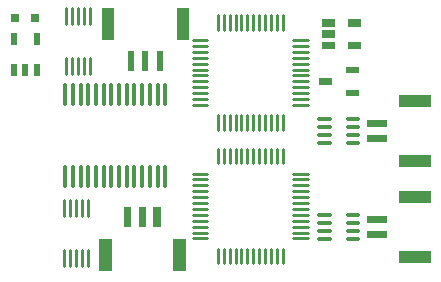
<source format=gtp>
G04 Layer: TopPasteMaskLayer*
G04 EasyEDA v6.4.20.6, 2021-08-10T23:17:12+08:00*
G04 038dca5a8d274e5a88e6f2799ec95489,d221c9f3c2774e99b69775551637dae4,10*
G04 Gerber Generator version 0.2*
G04 Scale: 100 percent, Rotated: No, Reflected: No *
G04 Dimensions in millimeters *
G04 leading zeros omitted , absolute positions ,4 integer and 5 decimal *
%FSLAX45Y45*%
%MOMM*%

%ADD14C,0.2800*%
%ADD15C,0.3640*%
%ADD16C,0.2700*%
%ADD19R,2.7000X1.0000*%
%ADD21R,0.8000X0.8000*%
%ADD23R,0.6000X1.7000*%
%ADD24R,1.1000X2.7000*%
%ADD25R,0.5500X1.0000*%

%LPD*%
D14*
X836599Y486897D02*
G01*
X836599Y620897D01*
X786587Y486897D02*
G01*
X786587Y620897D01*
X736600Y486897D02*
G01*
X736600Y620897D01*
X686587Y486897D02*
G01*
X686587Y620897D01*
X636600Y486897D02*
G01*
X636600Y620897D01*
X836599Y64902D02*
G01*
X836599Y198902D01*
X786587Y64902D02*
G01*
X786587Y198902D01*
X736600Y64902D02*
G01*
X736600Y198902D01*
X686587Y64902D02*
G01*
X686587Y198902D01*
X636600Y64902D02*
G01*
X636600Y198902D01*
X649300Y1824502D02*
G01*
X649300Y1690502D01*
X699312Y1824502D02*
G01*
X699312Y1690502D01*
X749300Y1824502D02*
G01*
X749300Y1690502D01*
X799312Y1824502D02*
G01*
X799312Y1690502D01*
X849299Y1824502D02*
G01*
X849299Y1690502D01*
X649300Y2246497D02*
G01*
X649300Y2112497D01*
X699312Y2246497D02*
G01*
X699312Y2112497D01*
X749300Y2246497D02*
G01*
X749300Y2112497D01*
X799312Y2246497D02*
G01*
X799312Y2112497D01*
X849299Y2246497D02*
G01*
X849299Y2112497D01*
D15*
X644296Y905456D02*
G01*
X644296Y740308D01*
X709295Y905456D02*
G01*
X709295Y740308D01*
X774293Y905456D02*
G01*
X774293Y740308D01*
X839292Y905456D02*
G01*
X839292Y740308D01*
X904290Y905456D02*
G01*
X904290Y740308D01*
X969289Y905456D02*
G01*
X969289Y740308D01*
X1034313Y905456D02*
G01*
X1034313Y740308D01*
X1099312Y905456D02*
G01*
X1099312Y740308D01*
X1164310Y905456D02*
G01*
X1164310Y740308D01*
X1229309Y905456D02*
G01*
X1229309Y740308D01*
X1294307Y905456D02*
G01*
X1294307Y740308D01*
X1359306Y905456D02*
G01*
X1359306Y740308D01*
X1424304Y905456D02*
G01*
X1424304Y740308D01*
X1489303Y905456D02*
G01*
X1489303Y740308D01*
X644296Y1596489D02*
G01*
X644296Y1431340D01*
X709295Y1596489D02*
G01*
X709295Y1431340D01*
X774293Y1596489D02*
G01*
X774293Y1431340D01*
X839292Y1596489D02*
G01*
X839292Y1431340D01*
X904290Y1596489D02*
G01*
X904290Y1431340D01*
X969289Y1596489D02*
G01*
X969289Y1431340D01*
X1034313Y1596489D02*
G01*
X1034313Y1431340D01*
X1099312Y1596489D02*
G01*
X1099312Y1431340D01*
X1164310Y1596489D02*
G01*
X1164310Y1431340D01*
X1229309Y1596489D02*
G01*
X1229309Y1431340D01*
X1294307Y1596489D02*
G01*
X1294307Y1431340D01*
X1359306Y1596489D02*
G01*
X1359306Y1431340D01*
X1424304Y1596489D02*
G01*
X1424304Y1431340D01*
X1489303Y1596489D02*
G01*
X1489303Y1431340D01*
D16*
X2573294Y296494D02*
G01*
X2696291Y296494D01*
X2573294Y346506D02*
G01*
X2696291Y346506D01*
X2573294Y396494D02*
G01*
X2696291Y396494D01*
X2573294Y446506D02*
G01*
X2696291Y446506D01*
X2573294Y496493D02*
G01*
X2696291Y496493D01*
X2573294Y546506D02*
G01*
X2696291Y546506D01*
X2573294Y596493D02*
G01*
X2696291Y596493D01*
X2573294Y646506D02*
G01*
X2696291Y646506D01*
X2573294Y696493D02*
G01*
X2696291Y696493D01*
X2573294Y746505D02*
G01*
X2696291Y746505D01*
X2573294Y796493D02*
G01*
X2696291Y796493D01*
X2573294Y846505D02*
G01*
X2696291Y846505D01*
X2484805Y934991D02*
G01*
X2484805Y1057993D01*
X2434793Y934991D02*
G01*
X2434793Y1057993D01*
X2384806Y934991D02*
G01*
X2384806Y1057993D01*
X2334793Y934991D02*
G01*
X2334793Y1057993D01*
X2284806Y934991D02*
G01*
X2284806Y1057993D01*
X2234793Y934991D02*
G01*
X2234793Y1057993D01*
X2184806Y934991D02*
G01*
X2184806Y1057993D01*
X2134793Y934991D02*
G01*
X2134793Y1057993D01*
X2084806Y934991D02*
G01*
X2084806Y1057993D01*
X2034793Y934991D02*
G01*
X2034793Y1057993D01*
X1984806Y934991D02*
G01*
X1984806Y1057993D01*
X1934794Y934991D02*
G01*
X1934794Y1057993D01*
X1723308Y846505D02*
G01*
X1846305Y846505D01*
X1723308Y796493D02*
G01*
X1846305Y796493D01*
X1723308Y746505D02*
G01*
X1846305Y746505D01*
X1723308Y696493D02*
G01*
X1846305Y696493D01*
X1723308Y646506D02*
G01*
X1846305Y646506D01*
X1723308Y596493D02*
G01*
X1846305Y596493D01*
X1723308Y546506D02*
G01*
X1846305Y546506D01*
X1723308Y496493D02*
G01*
X1846305Y496493D01*
X1723308Y446506D02*
G01*
X1846305Y446506D01*
X1723308Y396494D02*
G01*
X1846305Y396494D01*
X1723308Y346506D02*
G01*
X1846305Y346506D01*
X1723308Y296494D02*
G01*
X1846305Y296494D01*
X1934794Y85006D02*
G01*
X1934794Y208008D01*
X1984806Y85006D02*
G01*
X1984806Y208008D01*
X2034793Y85006D02*
G01*
X2034793Y208008D01*
X2084806Y85006D02*
G01*
X2084806Y208008D01*
X2134793Y85006D02*
G01*
X2134793Y208008D01*
X2184806Y85006D02*
G01*
X2184806Y208008D01*
X2234793Y85006D02*
G01*
X2234793Y208008D01*
X2284806Y85006D02*
G01*
X2284806Y208008D01*
X2334793Y85006D02*
G01*
X2334793Y208008D01*
X2384806Y85006D02*
G01*
X2384806Y208008D01*
X2434793Y85006D02*
G01*
X2434793Y208008D01*
X2484805Y85006D02*
G01*
X2484805Y208008D01*
D15*
X3123107Y1108989D02*
G01*
X3037309Y1108989D01*
X3123107Y1173987D02*
G01*
X3037309Y1173987D01*
X3123107Y1238986D02*
G01*
X3037309Y1238986D01*
X3123107Y1304010D02*
G01*
X3037309Y1304010D01*
X2880893Y1108989D02*
G01*
X2795094Y1108989D01*
X2880893Y1173987D02*
G01*
X2795094Y1173987D01*
X2880893Y1238986D02*
G01*
X2795094Y1238986D01*
X2880893Y1304010D02*
G01*
X2795094Y1304010D01*
X3123107Y296189D02*
G01*
X3037309Y296189D01*
X3123107Y361187D02*
G01*
X3037309Y361187D01*
X3123107Y426186D02*
G01*
X3037309Y426186D01*
X3123107Y491210D02*
G01*
X3037309Y491210D01*
X2880893Y296189D02*
G01*
X2795094Y296189D01*
X2880893Y361187D02*
G01*
X2795094Y361187D01*
X2880893Y426186D02*
G01*
X2795094Y426186D01*
X2880893Y491210D02*
G01*
X2795094Y491210D01*
D16*
X2573294Y1426794D02*
G01*
X2696291Y1426794D01*
X2573294Y1476806D02*
G01*
X2696291Y1476806D01*
X2573294Y1526794D02*
G01*
X2696291Y1526794D01*
X2573294Y1576806D02*
G01*
X2696291Y1576806D01*
X2573294Y1626793D02*
G01*
X2696291Y1626793D01*
X2573294Y1676806D02*
G01*
X2696291Y1676806D01*
X2573294Y1726793D02*
G01*
X2696291Y1726793D01*
X2573294Y1776806D02*
G01*
X2696291Y1776806D01*
X2573294Y1826793D02*
G01*
X2696291Y1826793D01*
X2573294Y1876805D02*
G01*
X2696291Y1876805D01*
X2573294Y1926793D02*
G01*
X2696291Y1926793D01*
X2573294Y1976805D02*
G01*
X2696291Y1976805D01*
X2484805Y2065291D02*
G01*
X2484805Y2188293D01*
X2434793Y2065291D02*
G01*
X2434793Y2188293D01*
X2384806Y2065291D02*
G01*
X2384806Y2188293D01*
X2334793Y2065291D02*
G01*
X2334793Y2188293D01*
X2284806Y2065291D02*
G01*
X2284806Y2188293D01*
X2234793Y2065291D02*
G01*
X2234793Y2188293D01*
X2184806Y2065291D02*
G01*
X2184806Y2188293D01*
X2134793Y2065291D02*
G01*
X2134793Y2188293D01*
X2084806Y2065291D02*
G01*
X2084806Y2188293D01*
X2034793Y2065291D02*
G01*
X2034793Y2188293D01*
X1984806Y2065291D02*
G01*
X1984806Y2188293D01*
X1934794Y2065291D02*
G01*
X1934794Y2188293D01*
X1723308Y1976805D02*
G01*
X1846305Y1976805D01*
X1723308Y1926793D02*
G01*
X1846305Y1926793D01*
X1723308Y1876805D02*
G01*
X1846305Y1876805D01*
X1723308Y1826793D02*
G01*
X1846305Y1826793D01*
X1723308Y1776806D02*
G01*
X1846305Y1776806D01*
X1723308Y1726793D02*
G01*
X1846305Y1726793D01*
X1723308Y1676806D02*
G01*
X1846305Y1676806D01*
X1723308Y1626793D02*
G01*
X1846305Y1626793D01*
X1723308Y1576806D02*
G01*
X1846305Y1576806D01*
X1723308Y1526794D02*
G01*
X1846305Y1526794D01*
X1723308Y1476806D02*
G01*
X1846305Y1476806D01*
X1723308Y1426794D02*
G01*
X1846305Y1426794D01*
X1934794Y1215306D02*
G01*
X1934794Y1338308D01*
X1984806Y1215306D02*
G01*
X1984806Y1338308D01*
X2034793Y1215306D02*
G01*
X2034793Y1338308D01*
X2084806Y1215306D02*
G01*
X2084806Y1338308D01*
X2134793Y1215306D02*
G01*
X2134793Y1338308D01*
X2184806Y1215306D02*
G01*
X2184806Y1338308D01*
X2234793Y1215306D02*
G01*
X2234793Y1338308D01*
X2284806Y1215306D02*
G01*
X2284806Y1338308D01*
X2334793Y1215306D02*
G01*
X2334793Y1338308D01*
X2384806Y1215306D02*
G01*
X2384806Y1338308D01*
X2434793Y1215306D02*
G01*
X2434793Y1338308D01*
X2484805Y1215306D02*
G01*
X2484805Y1338308D01*
D19*
G01*
X3601694Y136220D03*
G01*
X3601694Y651205D03*
G36*
X3196592Y301266D02*
G01*
X3196592Y361210D01*
X3366772Y361210D01*
X3366772Y301266D01*
G37*
G36*
X3196592Y426234D02*
G01*
X3196592Y486178D01*
X3366772Y486178D01*
X3366772Y426234D01*
G37*
G01*
X3601694Y949020D03*
G01*
X3601694Y1464005D03*
G36*
X3196592Y1114066D02*
G01*
X3196592Y1174010D01*
X3366772Y1174010D01*
X3366772Y1114066D01*
G37*
G36*
X3196592Y1239034D02*
G01*
X3196592Y1298978D01*
X3366772Y1298978D01*
X3366772Y1239034D01*
G37*
D21*
G01*
X389889Y2159000D03*
G01*
X219710Y2159000D03*
G36*
X2817200Y2153399D02*
G01*
X2923199Y2153399D01*
X2923199Y2088400D01*
X2817200Y2088400D01*
G37*
G36*
X2817200Y2058403D02*
G01*
X2923199Y2058403D01*
X2923199Y1993402D01*
X2817200Y1993402D01*
G37*
G36*
X2817200Y1963407D02*
G01*
X2923199Y1963407D01*
X2923199Y1898406D01*
X2817200Y1898406D01*
G37*
G36*
X3037189Y1963407D02*
G01*
X3143189Y1963407D01*
X3143189Y1898406D01*
X3037189Y1898406D01*
G37*
G36*
X3037189Y2153399D02*
G01*
X3143189Y2153399D01*
X3143189Y2088400D01*
X3037189Y2088400D01*
G37*
G36*
X1139814Y559925D02*
G01*
X1199812Y559925D01*
X1199812Y389925D01*
X1139814Y389925D01*
G37*
G36*
X1264813Y559925D02*
G01*
X1324815Y559925D01*
X1324815Y389920D01*
X1264813Y389920D01*
G37*
G36*
X1555793Y294949D02*
G01*
X1665790Y294949D01*
X1665790Y24940D01*
X1555793Y24940D01*
G37*
G36*
X924813Y294927D02*
G01*
X1034816Y294927D01*
X1034816Y24917D01*
X924813Y24917D01*
G37*
G36*
X1389794Y559955D02*
G01*
X1449796Y559955D01*
X1449796Y389950D01*
X1389794Y389950D01*
G37*
D25*
G01*
X209804Y1984197D03*
G01*
X399795Y1984197D03*
G01*
X399795Y1724202D03*
G01*
X304800Y1724202D03*
G01*
X209804Y1724202D03*
G36*
X3126087Y1504000D02*
G01*
X3126087Y1557200D01*
X3019087Y1557200D01*
X3019087Y1504000D01*
G37*
G36*
X3126087Y1693999D02*
G01*
X3126087Y1747199D01*
X3019087Y1747199D01*
X3019087Y1693999D01*
G37*
G36*
X2899087Y1599001D02*
G01*
X2899087Y1652198D01*
X2792087Y1652198D01*
X2792087Y1599001D01*
G37*
D23*
G01*
X1446174Y1798243D03*
G01*
X1321181Y1798243D03*
D24*
G01*
X1005204Y2113229D03*
G01*
X1636191Y2113254D03*
D23*
G01*
X1196212Y1798218D03*
M02*

</source>
